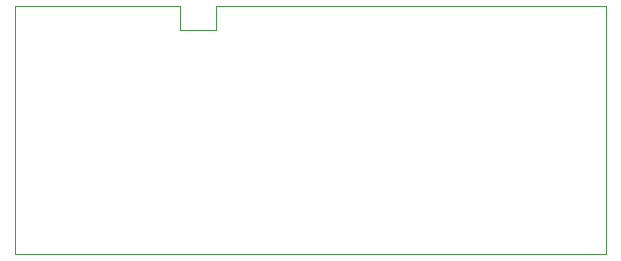
<source format=gbr>
G04 #@! TF.GenerationSoftware,KiCad,Pcbnew,5.1.5+dfsg1-2build2*
G04 #@! TF.CreationDate,2021-08-15T10:11:15+01:00*
G04 #@! TF.ProjectId,picopak,7069636f-7061-46b2-9e6b-696361645f70,rev?*
G04 #@! TF.SameCoordinates,Original*
G04 #@! TF.FileFunction,Profile,NP*
%FSLAX46Y46*%
G04 Gerber Fmt 4.6, Leading zero omitted, Abs format (unit mm)*
G04 Created by KiCad (PCBNEW 5.1.5+dfsg1-2build2) date 2021-08-15 10:11:15*
%MOMM*%
%LPD*%
G04 APERTURE LIST*
%ADD10C,0.050000*%
G04 APERTURE END LIST*
D10*
X174000000Y-69000000D02*
X160000000Y-69000000D01*
X177000000Y-69000000D02*
X210000000Y-69000000D01*
X177000000Y-71000000D02*
X177000000Y-69000000D01*
X174000000Y-71000000D02*
X177000000Y-71000000D01*
X174000000Y-69000000D02*
X174000000Y-71000000D01*
X160000000Y-69000000D02*
X160000000Y-70000000D01*
X210000000Y-70000000D02*
X210000000Y-69000000D01*
X160000000Y-70000000D02*
X160000000Y-90000000D01*
X210000000Y-90000000D02*
X210000000Y-70000000D01*
X160000000Y-90000000D02*
X210000000Y-90000000D01*
M02*

</source>
